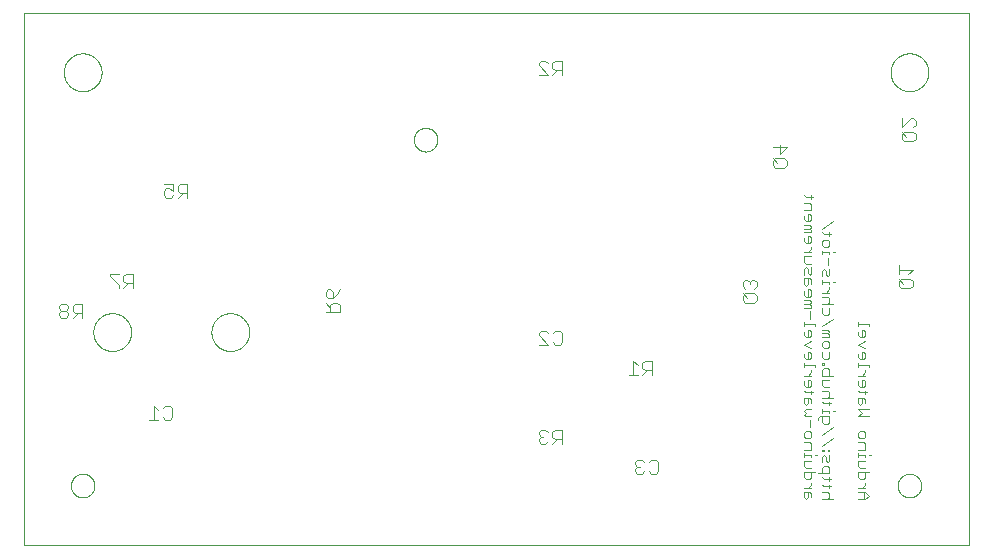
<source format=gbo>
G75*
%MOIN*%
%OFA0B0*%
%FSLAX25Y25*%
%IPPOS*%
%LPD*%
%AMOC8*
5,1,8,0,0,1.08239X$1,22.5*
%
%ADD10C,0.00000*%
%ADD11C,0.00300*%
%ADD12C,0.00400*%
D10*
X0010673Y0006013D02*
X0010673Y0183178D01*
X0325634Y0183178D01*
X0325634Y0006013D01*
X0010673Y0006013D01*
X0026421Y0025698D02*
X0026423Y0025823D01*
X0026429Y0025948D01*
X0026439Y0026072D01*
X0026453Y0026196D01*
X0026470Y0026320D01*
X0026492Y0026443D01*
X0026518Y0026565D01*
X0026547Y0026687D01*
X0026580Y0026807D01*
X0026618Y0026926D01*
X0026658Y0027045D01*
X0026703Y0027161D01*
X0026751Y0027276D01*
X0026803Y0027390D01*
X0026859Y0027502D01*
X0026918Y0027612D01*
X0026980Y0027720D01*
X0027046Y0027827D01*
X0027115Y0027931D01*
X0027188Y0028032D01*
X0027263Y0028132D01*
X0027342Y0028229D01*
X0027424Y0028323D01*
X0027509Y0028415D01*
X0027596Y0028504D01*
X0027687Y0028590D01*
X0027780Y0028673D01*
X0027876Y0028754D01*
X0027974Y0028831D01*
X0028074Y0028905D01*
X0028177Y0028976D01*
X0028282Y0029043D01*
X0028390Y0029108D01*
X0028499Y0029168D01*
X0028610Y0029226D01*
X0028723Y0029279D01*
X0028837Y0029329D01*
X0028953Y0029376D01*
X0029070Y0029418D01*
X0029189Y0029457D01*
X0029309Y0029493D01*
X0029430Y0029524D01*
X0029552Y0029552D01*
X0029674Y0029575D01*
X0029798Y0029595D01*
X0029922Y0029611D01*
X0030046Y0029623D01*
X0030171Y0029631D01*
X0030296Y0029635D01*
X0030420Y0029635D01*
X0030545Y0029631D01*
X0030670Y0029623D01*
X0030794Y0029611D01*
X0030918Y0029595D01*
X0031042Y0029575D01*
X0031164Y0029552D01*
X0031286Y0029524D01*
X0031407Y0029493D01*
X0031527Y0029457D01*
X0031646Y0029418D01*
X0031763Y0029376D01*
X0031879Y0029329D01*
X0031993Y0029279D01*
X0032106Y0029226D01*
X0032217Y0029168D01*
X0032327Y0029108D01*
X0032434Y0029043D01*
X0032539Y0028976D01*
X0032642Y0028905D01*
X0032742Y0028831D01*
X0032840Y0028754D01*
X0032936Y0028673D01*
X0033029Y0028590D01*
X0033120Y0028504D01*
X0033207Y0028415D01*
X0033292Y0028323D01*
X0033374Y0028229D01*
X0033453Y0028132D01*
X0033528Y0028032D01*
X0033601Y0027931D01*
X0033670Y0027827D01*
X0033736Y0027720D01*
X0033798Y0027612D01*
X0033857Y0027502D01*
X0033913Y0027390D01*
X0033965Y0027276D01*
X0034013Y0027161D01*
X0034058Y0027045D01*
X0034098Y0026926D01*
X0034136Y0026807D01*
X0034169Y0026687D01*
X0034198Y0026565D01*
X0034224Y0026443D01*
X0034246Y0026320D01*
X0034263Y0026196D01*
X0034277Y0026072D01*
X0034287Y0025948D01*
X0034293Y0025823D01*
X0034295Y0025698D01*
X0034293Y0025573D01*
X0034287Y0025448D01*
X0034277Y0025324D01*
X0034263Y0025200D01*
X0034246Y0025076D01*
X0034224Y0024953D01*
X0034198Y0024831D01*
X0034169Y0024709D01*
X0034136Y0024589D01*
X0034098Y0024470D01*
X0034058Y0024351D01*
X0034013Y0024235D01*
X0033965Y0024120D01*
X0033913Y0024006D01*
X0033857Y0023894D01*
X0033798Y0023784D01*
X0033736Y0023676D01*
X0033670Y0023569D01*
X0033601Y0023465D01*
X0033528Y0023364D01*
X0033453Y0023264D01*
X0033374Y0023167D01*
X0033292Y0023073D01*
X0033207Y0022981D01*
X0033120Y0022892D01*
X0033029Y0022806D01*
X0032936Y0022723D01*
X0032840Y0022642D01*
X0032742Y0022565D01*
X0032642Y0022491D01*
X0032539Y0022420D01*
X0032434Y0022353D01*
X0032326Y0022288D01*
X0032217Y0022228D01*
X0032106Y0022170D01*
X0031993Y0022117D01*
X0031879Y0022067D01*
X0031763Y0022020D01*
X0031646Y0021978D01*
X0031527Y0021939D01*
X0031407Y0021903D01*
X0031286Y0021872D01*
X0031164Y0021844D01*
X0031042Y0021821D01*
X0030918Y0021801D01*
X0030794Y0021785D01*
X0030670Y0021773D01*
X0030545Y0021765D01*
X0030420Y0021761D01*
X0030296Y0021761D01*
X0030171Y0021765D01*
X0030046Y0021773D01*
X0029922Y0021785D01*
X0029798Y0021801D01*
X0029674Y0021821D01*
X0029552Y0021844D01*
X0029430Y0021872D01*
X0029309Y0021903D01*
X0029189Y0021939D01*
X0029070Y0021978D01*
X0028953Y0022020D01*
X0028837Y0022067D01*
X0028723Y0022117D01*
X0028610Y0022170D01*
X0028499Y0022228D01*
X0028389Y0022288D01*
X0028282Y0022353D01*
X0028177Y0022420D01*
X0028074Y0022491D01*
X0027974Y0022565D01*
X0027876Y0022642D01*
X0027780Y0022723D01*
X0027687Y0022806D01*
X0027596Y0022892D01*
X0027509Y0022981D01*
X0027424Y0023073D01*
X0027342Y0023167D01*
X0027263Y0023264D01*
X0027188Y0023364D01*
X0027115Y0023465D01*
X0027046Y0023569D01*
X0026980Y0023676D01*
X0026918Y0023784D01*
X0026859Y0023894D01*
X0026803Y0024006D01*
X0026751Y0024120D01*
X0026703Y0024235D01*
X0026658Y0024351D01*
X0026618Y0024470D01*
X0026580Y0024589D01*
X0026547Y0024709D01*
X0026518Y0024831D01*
X0026492Y0024953D01*
X0026470Y0025076D01*
X0026453Y0025200D01*
X0026439Y0025324D01*
X0026429Y0025448D01*
X0026423Y0025573D01*
X0026421Y0025698D01*
X0033902Y0076879D02*
X0033904Y0077037D01*
X0033910Y0077195D01*
X0033920Y0077353D01*
X0033934Y0077511D01*
X0033952Y0077668D01*
X0033973Y0077825D01*
X0033999Y0077981D01*
X0034029Y0078137D01*
X0034062Y0078292D01*
X0034100Y0078445D01*
X0034141Y0078598D01*
X0034186Y0078750D01*
X0034235Y0078901D01*
X0034288Y0079050D01*
X0034344Y0079198D01*
X0034404Y0079344D01*
X0034468Y0079489D01*
X0034536Y0079632D01*
X0034607Y0079774D01*
X0034681Y0079914D01*
X0034759Y0080051D01*
X0034841Y0080187D01*
X0034925Y0080321D01*
X0035014Y0080452D01*
X0035105Y0080581D01*
X0035200Y0080708D01*
X0035297Y0080833D01*
X0035398Y0080955D01*
X0035502Y0081074D01*
X0035609Y0081191D01*
X0035719Y0081305D01*
X0035832Y0081416D01*
X0035947Y0081525D01*
X0036065Y0081630D01*
X0036186Y0081732D01*
X0036309Y0081832D01*
X0036435Y0081928D01*
X0036563Y0082021D01*
X0036693Y0082111D01*
X0036826Y0082197D01*
X0036961Y0082281D01*
X0037097Y0082360D01*
X0037236Y0082437D01*
X0037377Y0082509D01*
X0037519Y0082579D01*
X0037663Y0082644D01*
X0037809Y0082706D01*
X0037956Y0082764D01*
X0038105Y0082819D01*
X0038255Y0082870D01*
X0038406Y0082917D01*
X0038558Y0082960D01*
X0038711Y0082999D01*
X0038866Y0083035D01*
X0039021Y0083066D01*
X0039177Y0083094D01*
X0039333Y0083118D01*
X0039490Y0083138D01*
X0039648Y0083154D01*
X0039805Y0083166D01*
X0039964Y0083174D01*
X0040122Y0083178D01*
X0040280Y0083178D01*
X0040438Y0083174D01*
X0040597Y0083166D01*
X0040754Y0083154D01*
X0040912Y0083138D01*
X0041069Y0083118D01*
X0041225Y0083094D01*
X0041381Y0083066D01*
X0041536Y0083035D01*
X0041691Y0082999D01*
X0041844Y0082960D01*
X0041996Y0082917D01*
X0042147Y0082870D01*
X0042297Y0082819D01*
X0042446Y0082764D01*
X0042593Y0082706D01*
X0042739Y0082644D01*
X0042883Y0082579D01*
X0043025Y0082509D01*
X0043166Y0082437D01*
X0043305Y0082360D01*
X0043441Y0082281D01*
X0043576Y0082197D01*
X0043709Y0082111D01*
X0043839Y0082021D01*
X0043967Y0081928D01*
X0044093Y0081832D01*
X0044216Y0081732D01*
X0044337Y0081630D01*
X0044455Y0081525D01*
X0044570Y0081416D01*
X0044683Y0081305D01*
X0044793Y0081191D01*
X0044900Y0081074D01*
X0045004Y0080955D01*
X0045105Y0080833D01*
X0045202Y0080708D01*
X0045297Y0080581D01*
X0045388Y0080452D01*
X0045477Y0080321D01*
X0045561Y0080187D01*
X0045643Y0080051D01*
X0045721Y0079914D01*
X0045795Y0079774D01*
X0045866Y0079632D01*
X0045934Y0079489D01*
X0045998Y0079344D01*
X0046058Y0079198D01*
X0046114Y0079050D01*
X0046167Y0078901D01*
X0046216Y0078750D01*
X0046261Y0078598D01*
X0046302Y0078445D01*
X0046340Y0078292D01*
X0046373Y0078137D01*
X0046403Y0077981D01*
X0046429Y0077825D01*
X0046450Y0077668D01*
X0046468Y0077511D01*
X0046482Y0077353D01*
X0046492Y0077195D01*
X0046498Y0077037D01*
X0046500Y0076879D01*
X0046498Y0076721D01*
X0046492Y0076563D01*
X0046482Y0076405D01*
X0046468Y0076247D01*
X0046450Y0076090D01*
X0046429Y0075933D01*
X0046403Y0075777D01*
X0046373Y0075621D01*
X0046340Y0075466D01*
X0046302Y0075313D01*
X0046261Y0075160D01*
X0046216Y0075008D01*
X0046167Y0074857D01*
X0046114Y0074708D01*
X0046058Y0074560D01*
X0045998Y0074414D01*
X0045934Y0074269D01*
X0045866Y0074126D01*
X0045795Y0073984D01*
X0045721Y0073844D01*
X0045643Y0073707D01*
X0045561Y0073571D01*
X0045477Y0073437D01*
X0045388Y0073306D01*
X0045297Y0073177D01*
X0045202Y0073050D01*
X0045105Y0072925D01*
X0045004Y0072803D01*
X0044900Y0072684D01*
X0044793Y0072567D01*
X0044683Y0072453D01*
X0044570Y0072342D01*
X0044455Y0072233D01*
X0044337Y0072128D01*
X0044216Y0072026D01*
X0044093Y0071926D01*
X0043967Y0071830D01*
X0043839Y0071737D01*
X0043709Y0071647D01*
X0043576Y0071561D01*
X0043441Y0071477D01*
X0043305Y0071398D01*
X0043166Y0071321D01*
X0043025Y0071249D01*
X0042883Y0071179D01*
X0042739Y0071114D01*
X0042593Y0071052D01*
X0042446Y0070994D01*
X0042297Y0070939D01*
X0042147Y0070888D01*
X0041996Y0070841D01*
X0041844Y0070798D01*
X0041691Y0070759D01*
X0041536Y0070723D01*
X0041381Y0070692D01*
X0041225Y0070664D01*
X0041069Y0070640D01*
X0040912Y0070620D01*
X0040754Y0070604D01*
X0040597Y0070592D01*
X0040438Y0070584D01*
X0040280Y0070580D01*
X0040122Y0070580D01*
X0039964Y0070584D01*
X0039805Y0070592D01*
X0039648Y0070604D01*
X0039490Y0070620D01*
X0039333Y0070640D01*
X0039177Y0070664D01*
X0039021Y0070692D01*
X0038866Y0070723D01*
X0038711Y0070759D01*
X0038558Y0070798D01*
X0038406Y0070841D01*
X0038255Y0070888D01*
X0038105Y0070939D01*
X0037956Y0070994D01*
X0037809Y0071052D01*
X0037663Y0071114D01*
X0037519Y0071179D01*
X0037377Y0071249D01*
X0037236Y0071321D01*
X0037097Y0071398D01*
X0036961Y0071477D01*
X0036826Y0071561D01*
X0036693Y0071647D01*
X0036563Y0071737D01*
X0036435Y0071830D01*
X0036309Y0071926D01*
X0036186Y0072026D01*
X0036065Y0072128D01*
X0035947Y0072233D01*
X0035832Y0072342D01*
X0035719Y0072453D01*
X0035609Y0072567D01*
X0035502Y0072684D01*
X0035398Y0072803D01*
X0035297Y0072925D01*
X0035200Y0073050D01*
X0035105Y0073177D01*
X0035014Y0073306D01*
X0034925Y0073437D01*
X0034841Y0073571D01*
X0034759Y0073707D01*
X0034681Y0073844D01*
X0034607Y0073984D01*
X0034536Y0074126D01*
X0034468Y0074269D01*
X0034404Y0074414D01*
X0034344Y0074560D01*
X0034288Y0074708D01*
X0034235Y0074857D01*
X0034186Y0075008D01*
X0034141Y0075160D01*
X0034100Y0075313D01*
X0034062Y0075466D01*
X0034029Y0075621D01*
X0033999Y0075777D01*
X0033973Y0075933D01*
X0033952Y0076090D01*
X0033934Y0076247D01*
X0033920Y0076405D01*
X0033910Y0076563D01*
X0033904Y0076721D01*
X0033902Y0076879D01*
X0073272Y0076879D02*
X0073274Y0077037D01*
X0073280Y0077195D01*
X0073290Y0077353D01*
X0073304Y0077511D01*
X0073322Y0077668D01*
X0073343Y0077825D01*
X0073369Y0077981D01*
X0073399Y0078137D01*
X0073432Y0078292D01*
X0073470Y0078445D01*
X0073511Y0078598D01*
X0073556Y0078750D01*
X0073605Y0078901D01*
X0073658Y0079050D01*
X0073714Y0079198D01*
X0073774Y0079344D01*
X0073838Y0079489D01*
X0073906Y0079632D01*
X0073977Y0079774D01*
X0074051Y0079914D01*
X0074129Y0080051D01*
X0074211Y0080187D01*
X0074295Y0080321D01*
X0074384Y0080452D01*
X0074475Y0080581D01*
X0074570Y0080708D01*
X0074667Y0080833D01*
X0074768Y0080955D01*
X0074872Y0081074D01*
X0074979Y0081191D01*
X0075089Y0081305D01*
X0075202Y0081416D01*
X0075317Y0081525D01*
X0075435Y0081630D01*
X0075556Y0081732D01*
X0075679Y0081832D01*
X0075805Y0081928D01*
X0075933Y0082021D01*
X0076063Y0082111D01*
X0076196Y0082197D01*
X0076331Y0082281D01*
X0076467Y0082360D01*
X0076606Y0082437D01*
X0076747Y0082509D01*
X0076889Y0082579D01*
X0077033Y0082644D01*
X0077179Y0082706D01*
X0077326Y0082764D01*
X0077475Y0082819D01*
X0077625Y0082870D01*
X0077776Y0082917D01*
X0077928Y0082960D01*
X0078081Y0082999D01*
X0078236Y0083035D01*
X0078391Y0083066D01*
X0078547Y0083094D01*
X0078703Y0083118D01*
X0078860Y0083138D01*
X0079018Y0083154D01*
X0079175Y0083166D01*
X0079334Y0083174D01*
X0079492Y0083178D01*
X0079650Y0083178D01*
X0079808Y0083174D01*
X0079967Y0083166D01*
X0080124Y0083154D01*
X0080282Y0083138D01*
X0080439Y0083118D01*
X0080595Y0083094D01*
X0080751Y0083066D01*
X0080906Y0083035D01*
X0081061Y0082999D01*
X0081214Y0082960D01*
X0081366Y0082917D01*
X0081517Y0082870D01*
X0081667Y0082819D01*
X0081816Y0082764D01*
X0081963Y0082706D01*
X0082109Y0082644D01*
X0082253Y0082579D01*
X0082395Y0082509D01*
X0082536Y0082437D01*
X0082675Y0082360D01*
X0082811Y0082281D01*
X0082946Y0082197D01*
X0083079Y0082111D01*
X0083209Y0082021D01*
X0083337Y0081928D01*
X0083463Y0081832D01*
X0083586Y0081732D01*
X0083707Y0081630D01*
X0083825Y0081525D01*
X0083940Y0081416D01*
X0084053Y0081305D01*
X0084163Y0081191D01*
X0084270Y0081074D01*
X0084374Y0080955D01*
X0084475Y0080833D01*
X0084572Y0080708D01*
X0084667Y0080581D01*
X0084758Y0080452D01*
X0084847Y0080321D01*
X0084931Y0080187D01*
X0085013Y0080051D01*
X0085091Y0079914D01*
X0085165Y0079774D01*
X0085236Y0079632D01*
X0085304Y0079489D01*
X0085368Y0079344D01*
X0085428Y0079198D01*
X0085484Y0079050D01*
X0085537Y0078901D01*
X0085586Y0078750D01*
X0085631Y0078598D01*
X0085672Y0078445D01*
X0085710Y0078292D01*
X0085743Y0078137D01*
X0085773Y0077981D01*
X0085799Y0077825D01*
X0085820Y0077668D01*
X0085838Y0077511D01*
X0085852Y0077353D01*
X0085862Y0077195D01*
X0085868Y0077037D01*
X0085870Y0076879D01*
X0085868Y0076721D01*
X0085862Y0076563D01*
X0085852Y0076405D01*
X0085838Y0076247D01*
X0085820Y0076090D01*
X0085799Y0075933D01*
X0085773Y0075777D01*
X0085743Y0075621D01*
X0085710Y0075466D01*
X0085672Y0075313D01*
X0085631Y0075160D01*
X0085586Y0075008D01*
X0085537Y0074857D01*
X0085484Y0074708D01*
X0085428Y0074560D01*
X0085368Y0074414D01*
X0085304Y0074269D01*
X0085236Y0074126D01*
X0085165Y0073984D01*
X0085091Y0073844D01*
X0085013Y0073707D01*
X0084931Y0073571D01*
X0084847Y0073437D01*
X0084758Y0073306D01*
X0084667Y0073177D01*
X0084572Y0073050D01*
X0084475Y0072925D01*
X0084374Y0072803D01*
X0084270Y0072684D01*
X0084163Y0072567D01*
X0084053Y0072453D01*
X0083940Y0072342D01*
X0083825Y0072233D01*
X0083707Y0072128D01*
X0083586Y0072026D01*
X0083463Y0071926D01*
X0083337Y0071830D01*
X0083209Y0071737D01*
X0083079Y0071647D01*
X0082946Y0071561D01*
X0082811Y0071477D01*
X0082675Y0071398D01*
X0082536Y0071321D01*
X0082395Y0071249D01*
X0082253Y0071179D01*
X0082109Y0071114D01*
X0081963Y0071052D01*
X0081816Y0070994D01*
X0081667Y0070939D01*
X0081517Y0070888D01*
X0081366Y0070841D01*
X0081214Y0070798D01*
X0081061Y0070759D01*
X0080906Y0070723D01*
X0080751Y0070692D01*
X0080595Y0070664D01*
X0080439Y0070640D01*
X0080282Y0070620D01*
X0080124Y0070604D01*
X0079967Y0070592D01*
X0079808Y0070584D01*
X0079650Y0070580D01*
X0079492Y0070580D01*
X0079334Y0070584D01*
X0079175Y0070592D01*
X0079018Y0070604D01*
X0078860Y0070620D01*
X0078703Y0070640D01*
X0078547Y0070664D01*
X0078391Y0070692D01*
X0078236Y0070723D01*
X0078081Y0070759D01*
X0077928Y0070798D01*
X0077776Y0070841D01*
X0077625Y0070888D01*
X0077475Y0070939D01*
X0077326Y0070994D01*
X0077179Y0071052D01*
X0077033Y0071114D01*
X0076889Y0071179D01*
X0076747Y0071249D01*
X0076606Y0071321D01*
X0076467Y0071398D01*
X0076331Y0071477D01*
X0076196Y0071561D01*
X0076063Y0071647D01*
X0075933Y0071737D01*
X0075805Y0071830D01*
X0075679Y0071926D01*
X0075556Y0072026D01*
X0075435Y0072128D01*
X0075317Y0072233D01*
X0075202Y0072342D01*
X0075089Y0072453D01*
X0074979Y0072567D01*
X0074872Y0072684D01*
X0074768Y0072803D01*
X0074667Y0072925D01*
X0074570Y0073050D01*
X0074475Y0073177D01*
X0074384Y0073306D01*
X0074295Y0073437D01*
X0074211Y0073571D01*
X0074129Y0073707D01*
X0074051Y0073844D01*
X0073977Y0073984D01*
X0073906Y0074126D01*
X0073838Y0074269D01*
X0073774Y0074414D01*
X0073714Y0074560D01*
X0073658Y0074708D01*
X0073605Y0074857D01*
X0073556Y0075008D01*
X0073511Y0075160D01*
X0073470Y0075313D01*
X0073432Y0075466D01*
X0073399Y0075621D01*
X0073369Y0075777D01*
X0073343Y0075933D01*
X0073322Y0076090D01*
X0073304Y0076247D01*
X0073290Y0076405D01*
X0073280Y0076563D01*
X0073274Y0076721D01*
X0073272Y0076879D01*
X0140736Y0141013D02*
X0140738Y0141138D01*
X0140744Y0141263D01*
X0140754Y0141387D01*
X0140768Y0141511D01*
X0140785Y0141635D01*
X0140807Y0141758D01*
X0140833Y0141880D01*
X0140862Y0142002D01*
X0140895Y0142122D01*
X0140933Y0142241D01*
X0140973Y0142360D01*
X0141018Y0142476D01*
X0141066Y0142591D01*
X0141118Y0142705D01*
X0141174Y0142817D01*
X0141233Y0142927D01*
X0141295Y0143035D01*
X0141361Y0143142D01*
X0141430Y0143246D01*
X0141503Y0143347D01*
X0141578Y0143447D01*
X0141657Y0143544D01*
X0141739Y0143638D01*
X0141824Y0143730D01*
X0141911Y0143819D01*
X0142002Y0143905D01*
X0142095Y0143988D01*
X0142191Y0144069D01*
X0142289Y0144146D01*
X0142389Y0144220D01*
X0142492Y0144291D01*
X0142597Y0144358D01*
X0142705Y0144423D01*
X0142814Y0144483D01*
X0142925Y0144541D01*
X0143038Y0144594D01*
X0143152Y0144644D01*
X0143268Y0144691D01*
X0143385Y0144733D01*
X0143504Y0144772D01*
X0143624Y0144808D01*
X0143745Y0144839D01*
X0143867Y0144867D01*
X0143989Y0144890D01*
X0144113Y0144910D01*
X0144237Y0144926D01*
X0144361Y0144938D01*
X0144486Y0144946D01*
X0144611Y0144950D01*
X0144735Y0144950D01*
X0144860Y0144946D01*
X0144985Y0144938D01*
X0145109Y0144926D01*
X0145233Y0144910D01*
X0145357Y0144890D01*
X0145479Y0144867D01*
X0145601Y0144839D01*
X0145722Y0144808D01*
X0145842Y0144772D01*
X0145961Y0144733D01*
X0146078Y0144691D01*
X0146194Y0144644D01*
X0146308Y0144594D01*
X0146421Y0144541D01*
X0146532Y0144483D01*
X0146642Y0144423D01*
X0146749Y0144358D01*
X0146854Y0144291D01*
X0146957Y0144220D01*
X0147057Y0144146D01*
X0147155Y0144069D01*
X0147251Y0143988D01*
X0147344Y0143905D01*
X0147435Y0143819D01*
X0147522Y0143730D01*
X0147607Y0143638D01*
X0147689Y0143544D01*
X0147768Y0143447D01*
X0147843Y0143347D01*
X0147916Y0143246D01*
X0147985Y0143142D01*
X0148051Y0143035D01*
X0148113Y0142927D01*
X0148172Y0142817D01*
X0148228Y0142705D01*
X0148280Y0142591D01*
X0148328Y0142476D01*
X0148373Y0142360D01*
X0148413Y0142241D01*
X0148451Y0142122D01*
X0148484Y0142002D01*
X0148513Y0141880D01*
X0148539Y0141758D01*
X0148561Y0141635D01*
X0148578Y0141511D01*
X0148592Y0141387D01*
X0148602Y0141263D01*
X0148608Y0141138D01*
X0148610Y0141013D01*
X0148608Y0140888D01*
X0148602Y0140763D01*
X0148592Y0140639D01*
X0148578Y0140515D01*
X0148561Y0140391D01*
X0148539Y0140268D01*
X0148513Y0140146D01*
X0148484Y0140024D01*
X0148451Y0139904D01*
X0148413Y0139785D01*
X0148373Y0139666D01*
X0148328Y0139550D01*
X0148280Y0139435D01*
X0148228Y0139321D01*
X0148172Y0139209D01*
X0148113Y0139099D01*
X0148051Y0138991D01*
X0147985Y0138884D01*
X0147916Y0138780D01*
X0147843Y0138679D01*
X0147768Y0138579D01*
X0147689Y0138482D01*
X0147607Y0138388D01*
X0147522Y0138296D01*
X0147435Y0138207D01*
X0147344Y0138121D01*
X0147251Y0138038D01*
X0147155Y0137957D01*
X0147057Y0137880D01*
X0146957Y0137806D01*
X0146854Y0137735D01*
X0146749Y0137668D01*
X0146641Y0137603D01*
X0146532Y0137543D01*
X0146421Y0137485D01*
X0146308Y0137432D01*
X0146194Y0137382D01*
X0146078Y0137335D01*
X0145961Y0137293D01*
X0145842Y0137254D01*
X0145722Y0137218D01*
X0145601Y0137187D01*
X0145479Y0137159D01*
X0145357Y0137136D01*
X0145233Y0137116D01*
X0145109Y0137100D01*
X0144985Y0137088D01*
X0144860Y0137080D01*
X0144735Y0137076D01*
X0144611Y0137076D01*
X0144486Y0137080D01*
X0144361Y0137088D01*
X0144237Y0137100D01*
X0144113Y0137116D01*
X0143989Y0137136D01*
X0143867Y0137159D01*
X0143745Y0137187D01*
X0143624Y0137218D01*
X0143504Y0137254D01*
X0143385Y0137293D01*
X0143268Y0137335D01*
X0143152Y0137382D01*
X0143038Y0137432D01*
X0142925Y0137485D01*
X0142814Y0137543D01*
X0142704Y0137603D01*
X0142597Y0137668D01*
X0142492Y0137735D01*
X0142389Y0137806D01*
X0142289Y0137880D01*
X0142191Y0137957D01*
X0142095Y0138038D01*
X0142002Y0138121D01*
X0141911Y0138207D01*
X0141824Y0138296D01*
X0141739Y0138388D01*
X0141657Y0138482D01*
X0141578Y0138579D01*
X0141503Y0138679D01*
X0141430Y0138780D01*
X0141361Y0138884D01*
X0141295Y0138991D01*
X0141233Y0139099D01*
X0141174Y0139209D01*
X0141118Y0139321D01*
X0141066Y0139435D01*
X0141018Y0139550D01*
X0140973Y0139666D01*
X0140933Y0139785D01*
X0140895Y0139904D01*
X0140862Y0140024D01*
X0140833Y0140146D01*
X0140807Y0140268D01*
X0140785Y0140391D01*
X0140768Y0140515D01*
X0140754Y0140639D01*
X0140744Y0140763D01*
X0140738Y0140888D01*
X0140736Y0141013D01*
X0024059Y0163493D02*
X0024061Y0163651D01*
X0024067Y0163809D01*
X0024077Y0163967D01*
X0024091Y0164125D01*
X0024109Y0164282D01*
X0024130Y0164439D01*
X0024156Y0164595D01*
X0024186Y0164751D01*
X0024219Y0164906D01*
X0024257Y0165059D01*
X0024298Y0165212D01*
X0024343Y0165364D01*
X0024392Y0165515D01*
X0024445Y0165664D01*
X0024501Y0165812D01*
X0024561Y0165958D01*
X0024625Y0166103D01*
X0024693Y0166246D01*
X0024764Y0166388D01*
X0024838Y0166528D01*
X0024916Y0166665D01*
X0024998Y0166801D01*
X0025082Y0166935D01*
X0025171Y0167066D01*
X0025262Y0167195D01*
X0025357Y0167322D01*
X0025454Y0167447D01*
X0025555Y0167569D01*
X0025659Y0167688D01*
X0025766Y0167805D01*
X0025876Y0167919D01*
X0025989Y0168030D01*
X0026104Y0168139D01*
X0026222Y0168244D01*
X0026343Y0168346D01*
X0026466Y0168446D01*
X0026592Y0168542D01*
X0026720Y0168635D01*
X0026850Y0168725D01*
X0026983Y0168811D01*
X0027118Y0168895D01*
X0027254Y0168974D01*
X0027393Y0169051D01*
X0027534Y0169123D01*
X0027676Y0169193D01*
X0027820Y0169258D01*
X0027966Y0169320D01*
X0028113Y0169378D01*
X0028262Y0169433D01*
X0028412Y0169484D01*
X0028563Y0169531D01*
X0028715Y0169574D01*
X0028868Y0169613D01*
X0029023Y0169649D01*
X0029178Y0169680D01*
X0029334Y0169708D01*
X0029490Y0169732D01*
X0029647Y0169752D01*
X0029805Y0169768D01*
X0029962Y0169780D01*
X0030121Y0169788D01*
X0030279Y0169792D01*
X0030437Y0169792D01*
X0030595Y0169788D01*
X0030754Y0169780D01*
X0030911Y0169768D01*
X0031069Y0169752D01*
X0031226Y0169732D01*
X0031382Y0169708D01*
X0031538Y0169680D01*
X0031693Y0169649D01*
X0031848Y0169613D01*
X0032001Y0169574D01*
X0032153Y0169531D01*
X0032304Y0169484D01*
X0032454Y0169433D01*
X0032603Y0169378D01*
X0032750Y0169320D01*
X0032896Y0169258D01*
X0033040Y0169193D01*
X0033182Y0169123D01*
X0033323Y0169051D01*
X0033462Y0168974D01*
X0033598Y0168895D01*
X0033733Y0168811D01*
X0033866Y0168725D01*
X0033996Y0168635D01*
X0034124Y0168542D01*
X0034250Y0168446D01*
X0034373Y0168346D01*
X0034494Y0168244D01*
X0034612Y0168139D01*
X0034727Y0168030D01*
X0034840Y0167919D01*
X0034950Y0167805D01*
X0035057Y0167688D01*
X0035161Y0167569D01*
X0035262Y0167447D01*
X0035359Y0167322D01*
X0035454Y0167195D01*
X0035545Y0167066D01*
X0035634Y0166935D01*
X0035718Y0166801D01*
X0035800Y0166665D01*
X0035878Y0166528D01*
X0035952Y0166388D01*
X0036023Y0166246D01*
X0036091Y0166103D01*
X0036155Y0165958D01*
X0036215Y0165812D01*
X0036271Y0165664D01*
X0036324Y0165515D01*
X0036373Y0165364D01*
X0036418Y0165212D01*
X0036459Y0165059D01*
X0036497Y0164906D01*
X0036530Y0164751D01*
X0036560Y0164595D01*
X0036586Y0164439D01*
X0036607Y0164282D01*
X0036625Y0164125D01*
X0036639Y0163967D01*
X0036649Y0163809D01*
X0036655Y0163651D01*
X0036657Y0163493D01*
X0036655Y0163335D01*
X0036649Y0163177D01*
X0036639Y0163019D01*
X0036625Y0162861D01*
X0036607Y0162704D01*
X0036586Y0162547D01*
X0036560Y0162391D01*
X0036530Y0162235D01*
X0036497Y0162080D01*
X0036459Y0161927D01*
X0036418Y0161774D01*
X0036373Y0161622D01*
X0036324Y0161471D01*
X0036271Y0161322D01*
X0036215Y0161174D01*
X0036155Y0161028D01*
X0036091Y0160883D01*
X0036023Y0160740D01*
X0035952Y0160598D01*
X0035878Y0160458D01*
X0035800Y0160321D01*
X0035718Y0160185D01*
X0035634Y0160051D01*
X0035545Y0159920D01*
X0035454Y0159791D01*
X0035359Y0159664D01*
X0035262Y0159539D01*
X0035161Y0159417D01*
X0035057Y0159298D01*
X0034950Y0159181D01*
X0034840Y0159067D01*
X0034727Y0158956D01*
X0034612Y0158847D01*
X0034494Y0158742D01*
X0034373Y0158640D01*
X0034250Y0158540D01*
X0034124Y0158444D01*
X0033996Y0158351D01*
X0033866Y0158261D01*
X0033733Y0158175D01*
X0033598Y0158091D01*
X0033462Y0158012D01*
X0033323Y0157935D01*
X0033182Y0157863D01*
X0033040Y0157793D01*
X0032896Y0157728D01*
X0032750Y0157666D01*
X0032603Y0157608D01*
X0032454Y0157553D01*
X0032304Y0157502D01*
X0032153Y0157455D01*
X0032001Y0157412D01*
X0031848Y0157373D01*
X0031693Y0157337D01*
X0031538Y0157306D01*
X0031382Y0157278D01*
X0031226Y0157254D01*
X0031069Y0157234D01*
X0030911Y0157218D01*
X0030754Y0157206D01*
X0030595Y0157198D01*
X0030437Y0157194D01*
X0030279Y0157194D01*
X0030121Y0157198D01*
X0029962Y0157206D01*
X0029805Y0157218D01*
X0029647Y0157234D01*
X0029490Y0157254D01*
X0029334Y0157278D01*
X0029178Y0157306D01*
X0029023Y0157337D01*
X0028868Y0157373D01*
X0028715Y0157412D01*
X0028563Y0157455D01*
X0028412Y0157502D01*
X0028262Y0157553D01*
X0028113Y0157608D01*
X0027966Y0157666D01*
X0027820Y0157728D01*
X0027676Y0157793D01*
X0027534Y0157863D01*
X0027393Y0157935D01*
X0027254Y0158012D01*
X0027118Y0158091D01*
X0026983Y0158175D01*
X0026850Y0158261D01*
X0026720Y0158351D01*
X0026592Y0158444D01*
X0026466Y0158540D01*
X0026343Y0158640D01*
X0026222Y0158742D01*
X0026104Y0158847D01*
X0025989Y0158956D01*
X0025876Y0159067D01*
X0025766Y0159181D01*
X0025659Y0159298D01*
X0025555Y0159417D01*
X0025454Y0159539D01*
X0025357Y0159664D01*
X0025262Y0159791D01*
X0025171Y0159920D01*
X0025082Y0160051D01*
X0024998Y0160185D01*
X0024916Y0160321D01*
X0024838Y0160458D01*
X0024764Y0160598D01*
X0024693Y0160740D01*
X0024625Y0160883D01*
X0024561Y0161028D01*
X0024501Y0161174D01*
X0024445Y0161322D01*
X0024392Y0161471D01*
X0024343Y0161622D01*
X0024298Y0161774D01*
X0024257Y0161927D01*
X0024219Y0162080D01*
X0024186Y0162235D01*
X0024156Y0162391D01*
X0024130Y0162547D01*
X0024109Y0162704D01*
X0024091Y0162861D01*
X0024077Y0163019D01*
X0024067Y0163177D01*
X0024061Y0163335D01*
X0024059Y0163493D01*
X0299650Y0163493D02*
X0299652Y0163651D01*
X0299658Y0163809D01*
X0299668Y0163967D01*
X0299682Y0164125D01*
X0299700Y0164282D01*
X0299721Y0164439D01*
X0299747Y0164595D01*
X0299777Y0164751D01*
X0299810Y0164906D01*
X0299848Y0165059D01*
X0299889Y0165212D01*
X0299934Y0165364D01*
X0299983Y0165515D01*
X0300036Y0165664D01*
X0300092Y0165812D01*
X0300152Y0165958D01*
X0300216Y0166103D01*
X0300284Y0166246D01*
X0300355Y0166388D01*
X0300429Y0166528D01*
X0300507Y0166665D01*
X0300589Y0166801D01*
X0300673Y0166935D01*
X0300762Y0167066D01*
X0300853Y0167195D01*
X0300948Y0167322D01*
X0301045Y0167447D01*
X0301146Y0167569D01*
X0301250Y0167688D01*
X0301357Y0167805D01*
X0301467Y0167919D01*
X0301580Y0168030D01*
X0301695Y0168139D01*
X0301813Y0168244D01*
X0301934Y0168346D01*
X0302057Y0168446D01*
X0302183Y0168542D01*
X0302311Y0168635D01*
X0302441Y0168725D01*
X0302574Y0168811D01*
X0302709Y0168895D01*
X0302845Y0168974D01*
X0302984Y0169051D01*
X0303125Y0169123D01*
X0303267Y0169193D01*
X0303411Y0169258D01*
X0303557Y0169320D01*
X0303704Y0169378D01*
X0303853Y0169433D01*
X0304003Y0169484D01*
X0304154Y0169531D01*
X0304306Y0169574D01*
X0304459Y0169613D01*
X0304614Y0169649D01*
X0304769Y0169680D01*
X0304925Y0169708D01*
X0305081Y0169732D01*
X0305238Y0169752D01*
X0305396Y0169768D01*
X0305553Y0169780D01*
X0305712Y0169788D01*
X0305870Y0169792D01*
X0306028Y0169792D01*
X0306186Y0169788D01*
X0306345Y0169780D01*
X0306502Y0169768D01*
X0306660Y0169752D01*
X0306817Y0169732D01*
X0306973Y0169708D01*
X0307129Y0169680D01*
X0307284Y0169649D01*
X0307439Y0169613D01*
X0307592Y0169574D01*
X0307744Y0169531D01*
X0307895Y0169484D01*
X0308045Y0169433D01*
X0308194Y0169378D01*
X0308341Y0169320D01*
X0308487Y0169258D01*
X0308631Y0169193D01*
X0308773Y0169123D01*
X0308914Y0169051D01*
X0309053Y0168974D01*
X0309189Y0168895D01*
X0309324Y0168811D01*
X0309457Y0168725D01*
X0309587Y0168635D01*
X0309715Y0168542D01*
X0309841Y0168446D01*
X0309964Y0168346D01*
X0310085Y0168244D01*
X0310203Y0168139D01*
X0310318Y0168030D01*
X0310431Y0167919D01*
X0310541Y0167805D01*
X0310648Y0167688D01*
X0310752Y0167569D01*
X0310853Y0167447D01*
X0310950Y0167322D01*
X0311045Y0167195D01*
X0311136Y0167066D01*
X0311225Y0166935D01*
X0311309Y0166801D01*
X0311391Y0166665D01*
X0311469Y0166528D01*
X0311543Y0166388D01*
X0311614Y0166246D01*
X0311682Y0166103D01*
X0311746Y0165958D01*
X0311806Y0165812D01*
X0311862Y0165664D01*
X0311915Y0165515D01*
X0311964Y0165364D01*
X0312009Y0165212D01*
X0312050Y0165059D01*
X0312088Y0164906D01*
X0312121Y0164751D01*
X0312151Y0164595D01*
X0312177Y0164439D01*
X0312198Y0164282D01*
X0312216Y0164125D01*
X0312230Y0163967D01*
X0312240Y0163809D01*
X0312246Y0163651D01*
X0312248Y0163493D01*
X0312246Y0163335D01*
X0312240Y0163177D01*
X0312230Y0163019D01*
X0312216Y0162861D01*
X0312198Y0162704D01*
X0312177Y0162547D01*
X0312151Y0162391D01*
X0312121Y0162235D01*
X0312088Y0162080D01*
X0312050Y0161927D01*
X0312009Y0161774D01*
X0311964Y0161622D01*
X0311915Y0161471D01*
X0311862Y0161322D01*
X0311806Y0161174D01*
X0311746Y0161028D01*
X0311682Y0160883D01*
X0311614Y0160740D01*
X0311543Y0160598D01*
X0311469Y0160458D01*
X0311391Y0160321D01*
X0311309Y0160185D01*
X0311225Y0160051D01*
X0311136Y0159920D01*
X0311045Y0159791D01*
X0310950Y0159664D01*
X0310853Y0159539D01*
X0310752Y0159417D01*
X0310648Y0159298D01*
X0310541Y0159181D01*
X0310431Y0159067D01*
X0310318Y0158956D01*
X0310203Y0158847D01*
X0310085Y0158742D01*
X0309964Y0158640D01*
X0309841Y0158540D01*
X0309715Y0158444D01*
X0309587Y0158351D01*
X0309457Y0158261D01*
X0309324Y0158175D01*
X0309189Y0158091D01*
X0309053Y0158012D01*
X0308914Y0157935D01*
X0308773Y0157863D01*
X0308631Y0157793D01*
X0308487Y0157728D01*
X0308341Y0157666D01*
X0308194Y0157608D01*
X0308045Y0157553D01*
X0307895Y0157502D01*
X0307744Y0157455D01*
X0307592Y0157412D01*
X0307439Y0157373D01*
X0307284Y0157337D01*
X0307129Y0157306D01*
X0306973Y0157278D01*
X0306817Y0157254D01*
X0306660Y0157234D01*
X0306502Y0157218D01*
X0306345Y0157206D01*
X0306186Y0157198D01*
X0306028Y0157194D01*
X0305870Y0157194D01*
X0305712Y0157198D01*
X0305553Y0157206D01*
X0305396Y0157218D01*
X0305238Y0157234D01*
X0305081Y0157254D01*
X0304925Y0157278D01*
X0304769Y0157306D01*
X0304614Y0157337D01*
X0304459Y0157373D01*
X0304306Y0157412D01*
X0304154Y0157455D01*
X0304003Y0157502D01*
X0303853Y0157553D01*
X0303704Y0157608D01*
X0303557Y0157666D01*
X0303411Y0157728D01*
X0303267Y0157793D01*
X0303125Y0157863D01*
X0302984Y0157935D01*
X0302845Y0158012D01*
X0302709Y0158091D01*
X0302574Y0158175D01*
X0302441Y0158261D01*
X0302311Y0158351D01*
X0302183Y0158444D01*
X0302057Y0158540D01*
X0301934Y0158640D01*
X0301813Y0158742D01*
X0301695Y0158847D01*
X0301580Y0158956D01*
X0301467Y0159067D01*
X0301357Y0159181D01*
X0301250Y0159298D01*
X0301146Y0159417D01*
X0301045Y0159539D01*
X0300948Y0159664D01*
X0300853Y0159791D01*
X0300762Y0159920D01*
X0300673Y0160051D01*
X0300589Y0160185D01*
X0300507Y0160321D01*
X0300429Y0160458D01*
X0300355Y0160598D01*
X0300284Y0160740D01*
X0300216Y0160883D01*
X0300152Y0161028D01*
X0300092Y0161174D01*
X0300036Y0161322D01*
X0299983Y0161471D01*
X0299934Y0161622D01*
X0299889Y0161774D01*
X0299848Y0161927D01*
X0299810Y0162080D01*
X0299777Y0162235D01*
X0299747Y0162391D01*
X0299721Y0162547D01*
X0299700Y0162704D01*
X0299682Y0162861D01*
X0299668Y0163019D01*
X0299658Y0163177D01*
X0299652Y0163335D01*
X0299650Y0163493D01*
X0302012Y0025698D02*
X0302014Y0025823D01*
X0302020Y0025948D01*
X0302030Y0026072D01*
X0302044Y0026196D01*
X0302061Y0026320D01*
X0302083Y0026443D01*
X0302109Y0026565D01*
X0302138Y0026687D01*
X0302171Y0026807D01*
X0302209Y0026926D01*
X0302249Y0027045D01*
X0302294Y0027161D01*
X0302342Y0027276D01*
X0302394Y0027390D01*
X0302450Y0027502D01*
X0302509Y0027612D01*
X0302571Y0027720D01*
X0302637Y0027827D01*
X0302706Y0027931D01*
X0302779Y0028032D01*
X0302854Y0028132D01*
X0302933Y0028229D01*
X0303015Y0028323D01*
X0303100Y0028415D01*
X0303187Y0028504D01*
X0303278Y0028590D01*
X0303371Y0028673D01*
X0303467Y0028754D01*
X0303565Y0028831D01*
X0303665Y0028905D01*
X0303768Y0028976D01*
X0303873Y0029043D01*
X0303981Y0029108D01*
X0304090Y0029168D01*
X0304201Y0029226D01*
X0304314Y0029279D01*
X0304428Y0029329D01*
X0304544Y0029376D01*
X0304661Y0029418D01*
X0304780Y0029457D01*
X0304900Y0029493D01*
X0305021Y0029524D01*
X0305143Y0029552D01*
X0305265Y0029575D01*
X0305389Y0029595D01*
X0305513Y0029611D01*
X0305637Y0029623D01*
X0305762Y0029631D01*
X0305887Y0029635D01*
X0306011Y0029635D01*
X0306136Y0029631D01*
X0306261Y0029623D01*
X0306385Y0029611D01*
X0306509Y0029595D01*
X0306633Y0029575D01*
X0306755Y0029552D01*
X0306877Y0029524D01*
X0306998Y0029493D01*
X0307118Y0029457D01*
X0307237Y0029418D01*
X0307354Y0029376D01*
X0307470Y0029329D01*
X0307584Y0029279D01*
X0307697Y0029226D01*
X0307808Y0029168D01*
X0307918Y0029108D01*
X0308025Y0029043D01*
X0308130Y0028976D01*
X0308233Y0028905D01*
X0308333Y0028831D01*
X0308431Y0028754D01*
X0308527Y0028673D01*
X0308620Y0028590D01*
X0308711Y0028504D01*
X0308798Y0028415D01*
X0308883Y0028323D01*
X0308965Y0028229D01*
X0309044Y0028132D01*
X0309119Y0028032D01*
X0309192Y0027931D01*
X0309261Y0027827D01*
X0309327Y0027720D01*
X0309389Y0027612D01*
X0309448Y0027502D01*
X0309504Y0027390D01*
X0309556Y0027276D01*
X0309604Y0027161D01*
X0309649Y0027045D01*
X0309689Y0026926D01*
X0309727Y0026807D01*
X0309760Y0026687D01*
X0309789Y0026565D01*
X0309815Y0026443D01*
X0309837Y0026320D01*
X0309854Y0026196D01*
X0309868Y0026072D01*
X0309878Y0025948D01*
X0309884Y0025823D01*
X0309886Y0025698D01*
X0309884Y0025573D01*
X0309878Y0025448D01*
X0309868Y0025324D01*
X0309854Y0025200D01*
X0309837Y0025076D01*
X0309815Y0024953D01*
X0309789Y0024831D01*
X0309760Y0024709D01*
X0309727Y0024589D01*
X0309689Y0024470D01*
X0309649Y0024351D01*
X0309604Y0024235D01*
X0309556Y0024120D01*
X0309504Y0024006D01*
X0309448Y0023894D01*
X0309389Y0023784D01*
X0309327Y0023676D01*
X0309261Y0023569D01*
X0309192Y0023465D01*
X0309119Y0023364D01*
X0309044Y0023264D01*
X0308965Y0023167D01*
X0308883Y0023073D01*
X0308798Y0022981D01*
X0308711Y0022892D01*
X0308620Y0022806D01*
X0308527Y0022723D01*
X0308431Y0022642D01*
X0308333Y0022565D01*
X0308233Y0022491D01*
X0308130Y0022420D01*
X0308025Y0022353D01*
X0307917Y0022288D01*
X0307808Y0022228D01*
X0307697Y0022170D01*
X0307584Y0022117D01*
X0307470Y0022067D01*
X0307354Y0022020D01*
X0307237Y0021978D01*
X0307118Y0021939D01*
X0306998Y0021903D01*
X0306877Y0021872D01*
X0306755Y0021844D01*
X0306633Y0021821D01*
X0306509Y0021801D01*
X0306385Y0021785D01*
X0306261Y0021773D01*
X0306136Y0021765D01*
X0306011Y0021761D01*
X0305887Y0021761D01*
X0305762Y0021765D01*
X0305637Y0021773D01*
X0305513Y0021785D01*
X0305389Y0021801D01*
X0305265Y0021821D01*
X0305143Y0021844D01*
X0305021Y0021872D01*
X0304900Y0021903D01*
X0304780Y0021939D01*
X0304661Y0021978D01*
X0304544Y0022020D01*
X0304428Y0022067D01*
X0304314Y0022117D01*
X0304201Y0022170D01*
X0304090Y0022228D01*
X0303980Y0022288D01*
X0303873Y0022353D01*
X0303768Y0022420D01*
X0303665Y0022491D01*
X0303565Y0022565D01*
X0303467Y0022642D01*
X0303371Y0022723D01*
X0303278Y0022806D01*
X0303187Y0022892D01*
X0303100Y0022981D01*
X0303015Y0023073D01*
X0302933Y0023167D01*
X0302854Y0023264D01*
X0302779Y0023364D01*
X0302706Y0023465D01*
X0302637Y0023569D01*
X0302571Y0023676D01*
X0302509Y0023784D01*
X0302450Y0023894D01*
X0302394Y0024006D01*
X0302342Y0024120D01*
X0302294Y0024235D01*
X0302249Y0024351D01*
X0302209Y0024470D01*
X0302171Y0024589D01*
X0302138Y0024709D01*
X0302109Y0024831D01*
X0302083Y0024953D01*
X0302061Y0025076D01*
X0302044Y0025200D01*
X0302030Y0025324D01*
X0302020Y0025448D01*
X0302014Y0025573D01*
X0302012Y0025698D01*
D11*
X0292526Y0022397D02*
X0291292Y0021163D01*
X0288823Y0021163D01*
X0290675Y0021163D02*
X0290675Y0023631D01*
X0291292Y0023631D02*
X0288823Y0023631D01*
X0288823Y0024846D02*
X0291292Y0024846D01*
X0291292Y0023631D02*
X0292526Y0022397D01*
X0290058Y0024846D02*
X0291292Y0026080D01*
X0291292Y0026697D01*
X0290675Y0027915D02*
X0291292Y0028532D01*
X0291292Y0030384D01*
X0291292Y0031598D02*
X0289440Y0031598D01*
X0288823Y0032215D01*
X0288823Y0034067D01*
X0291292Y0034067D01*
X0291292Y0035281D02*
X0291292Y0035898D01*
X0288823Y0035898D01*
X0288823Y0035281D02*
X0288823Y0036516D01*
X0288823Y0037737D02*
X0291292Y0037737D01*
X0291292Y0039588D01*
X0290675Y0040206D01*
X0288823Y0040206D01*
X0289440Y0041420D02*
X0288823Y0042037D01*
X0288823Y0043271D01*
X0289440Y0043889D01*
X0290675Y0043889D01*
X0291292Y0043271D01*
X0291292Y0042037D01*
X0290675Y0041420D01*
X0289440Y0041420D01*
X0292526Y0035898D02*
X0293144Y0035898D01*
X0292526Y0030384D02*
X0288823Y0030384D01*
X0288823Y0028532D01*
X0289440Y0027915D01*
X0290675Y0027915D01*
X0279909Y0027918D02*
X0277440Y0027918D01*
X0276823Y0028536D01*
X0276823Y0029757D02*
X0276823Y0031608D01*
X0277440Y0032225D01*
X0278675Y0032225D01*
X0279292Y0031608D01*
X0279292Y0029757D01*
X0275589Y0029757D01*
X0274526Y0030384D02*
X0270823Y0030384D01*
X0270823Y0028532D01*
X0271440Y0027915D01*
X0272675Y0027915D01*
X0273292Y0028532D01*
X0273292Y0030384D01*
X0273292Y0031598D02*
X0271440Y0031598D01*
X0270823Y0032215D01*
X0270823Y0034067D01*
X0273292Y0034067D01*
X0273292Y0035281D02*
X0273292Y0035898D01*
X0270823Y0035898D01*
X0270823Y0035281D02*
X0270823Y0036516D01*
X0270823Y0037737D02*
X0273292Y0037737D01*
X0273292Y0039588D01*
X0272675Y0040206D01*
X0270823Y0040206D01*
X0271440Y0041420D02*
X0270823Y0042037D01*
X0270823Y0043271D01*
X0271440Y0043889D01*
X0272675Y0043889D01*
X0273292Y0043271D01*
X0273292Y0042037D01*
X0272675Y0041420D01*
X0271440Y0041420D01*
X0272675Y0045103D02*
X0272675Y0047572D01*
X0273292Y0048786D02*
X0271440Y0048786D01*
X0270823Y0049403D01*
X0271440Y0050021D01*
X0270823Y0050638D01*
X0271440Y0051255D01*
X0273292Y0051255D01*
X0273292Y0053087D02*
X0273292Y0054321D01*
X0272675Y0054938D01*
X0270823Y0054938D01*
X0270823Y0053087D01*
X0271440Y0052469D01*
X0272058Y0053087D01*
X0272058Y0054938D01*
X0273292Y0056152D02*
X0273292Y0057387D01*
X0273909Y0056770D02*
X0271440Y0056770D01*
X0270823Y0057387D01*
X0271440Y0058608D02*
X0270823Y0059225D01*
X0270823Y0060459D01*
X0272058Y0061077D02*
X0272058Y0058608D01*
X0272675Y0058608D02*
X0273292Y0059225D01*
X0273292Y0060459D01*
X0272675Y0061077D01*
X0272058Y0061077D01*
X0272058Y0062291D02*
X0273292Y0063525D01*
X0273292Y0064143D01*
X0274526Y0065360D02*
X0274526Y0065977D01*
X0270823Y0065977D01*
X0270823Y0065360D02*
X0270823Y0066595D01*
X0271440Y0067816D02*
X0270823Y0068433D01*
X0270823Y0069667D01*
X0272058Y0070285D02*
X0272058Y0067816D01*
X0272675Y0067816D02*
X0273292Y0068433D01*
X0273292Y0069667D01*
X0272675Y0070285D01*
X0272058Y0070285D01*
X0273292Y0071499D02*
X0270823Y0072733D01*
X0273292Y0073968D01*
X0272675Y0075182D02*
X0273292Y0075799D01*
X0273292Y0077034D01*
X0272675Y0077651D01*
X0272058Y0077651D01*
X0272058Y0075182D01*
X0272675Y0075182D02*
X0271440Y0075182D01*
X0270823Y0075799D01*
X0270823Y0077034D01*
X0270823Y0078865D02*
X0270823Y0080100D01*
X0270823Y0079482D02*
X0274526Y0079482D01*
X0274526Y0078865D01*
X0276823Y0078865D02*
X0280526Y0081334D01*
X0279292Y0083166D02*
X0278675Y0082548D01*
X0277440Y0082548D01*
X0276823Y0083166D01*
X0276823Y0085017D01*
X0276823Y0086231D02*
X0280526Y0086231D01*
X0279292Y0086849D02*
X0278675Y0086231D01*
X0279292Y0086849D02*
X0279292Y0088083D01*
X0278675Y0088700D01*
X0276823Y0088700D01*
X0276823Y0089915D02*
X0279292Y0089915D01*
X0278058Y0089915D02*
X0279292Y0091149D01*
X0279292Y0091766D01*
X0279292Y0092984D02*
X0279292Y0093601D01*
X0276823Y0093601D01*
X0276823Y0092984D02*
X0276823Y0094218D01*
X0276823Y0095439D02*
X0276823Y0097291D01*
X0277440Y0097908D01*
X0278058Y0097291D01*
X0278058Y0096057D01*
X0278675Y0095439D01*
X0279292Y0096057D01*
X0279292Y0097908D01*
X0278675Y0099122D02*
X0278675Y0101591D01*
X0279292Y0102806D02*
X0279292Y0103423D01*
X0276823Y0103423D01*
X0276823Y0102806D02*
X0276823Y0104040D01*
X0277440Y0105261D02*
X0276823Y0105878D01*
X0276823Y0107113D01*
X0277440Y0107730D01*
X0278675Y0107730D01*
X0279292Y0107113D01*
X0279292Y0105878D01*
X0278675Y0105261D01*
X0277440Y0105261D01*
X0280526Y0103423D02*
X0281144Y0103423D01*
X0279292Y0108944D02*
X0279292Y0110179D01*
X0279909Y0109561D02*
X0277440Y0109561D01*
X0276823Y0110179D01*
X0276823Y0111400D02*
X0280526Y0113868D01*
X0273292Y0114472D02*
X0272675Y0113855D01*
X0271440Y0113855D01*
X0270823Y0114472D01*
X0270823Y0115707D01*
X0272058Y0116324D02*
X0272058Y0113855D01*
X0272675Y0112641D02*
X0270823Y0112641D01*
X0270823Y0111406D02*
X0272675Y0111406D01*
X0273292Y0112023D01*
X0272675Y0112641D01*
X0272675Y0111406D02*
X0273292Y0110789D01*
X0273292Y0110172D01*
X0270823Y0110172D01*
X0272058Y0108958D02*
X0272058Y0106489D01*
X0272675Y0106489D02*
X0273292Y0107106D01*
X0273292Y0108340D01*
X0272675Y0108958D01*
X0272058Y0108958D01*
X0270823Y0108340D02*
X0270823Y0107106D01*
X0271440Y0106489D01*
X0272675Y0106489D01*
X0273292Y0105271D02*
X0273292Y0104654D01*
X0272058Y0103419D01*
X0273292Y0103419D02*
X0270823Y0103419D01*
X0270823Y0102205D02*
X0273292Y0102205D01*
X0273292Y0099736D02*
X0271440Y0099736D01*
X0270823Y0100354D01*
X0270823Y0102205D01*
X0271440Y0098522D02*
X0272058Y0097905D01*
X0272058Y0096670D01*
X0272675Y0096053D01*
X0273292Y0096670D01*
X0273292Y0098522D01*
X0271440Y0098522D02*
X0270823Y0097905D01*
X0270823Y0096053D01*
X0270823Y0094839D02*
X0270823Y0092987D01*
X0271440Y0092370D01*
X0272058Y0092987D01*
X0272058Y0094839D01*
X0272675Y0094839D02*
X0270823Y0094839D01*
X0272675Y0094839D02*
X0273292Y0094222D01*
X0273292Y0092987D01*
X0272675Y0091156D02*
X0272058Y0091156D01*
X0272058Y0088687D01*
X0272675Y0088687D02*
X0273292Y0089304D01*
X0273292Y0090538D01*
X0272675Y0091156D01*
X0270823Y0090538D02*
X0270823Y0089304D01*
X0271440Y0088687D01*
X0272675Y0088687D01*
X0272675Y0087473D02*
X0270823Y0087473D01*
X0270823Y0086238D02*
X0272675Y0086238D01*
X0273292Y0086855D01*
X0272675Y0087473D01*
X0272675Y0086238D02*
X0273292Y0085621D01*
X0273292Y0085004D01*
X0270823Y0085004D01*
X0272675Y0083789D02*
X0272675Y0081321D01*
X0276823Y0077651D02*
X0278675Y0077651D01*
X0279292Y0077034D01*
X0278675Y0076416D01*
X0276823Y0076416D01*
X0276823Y0075182D02*
X0279292Y0075182D01*
X0279292Y0075799D01*
X0278675Y0076416D01*
X0278675Y0073968D02*
X0277440Y0073968D01*
X0276823Y0073350D01*
X0276823Y0072116D01*
X0277440Y0071499D01*
X0278675Y0071499D01*
X0279292Y0072116D01*
X0279292Y0073350D01*
X0278675Y0073968D01*
X0279292Y0070285D02*
X0279292Y0068433D01*
X0278675Y0067816D01*
X0277440Y0067816D01*
X0276823Y0068433D01*
X0276823Y0070285D01*
X0272675Y0067816D02*
X0271440Y0067816D01*
X0276823Y0066591D02*
X0276823Y0065974D01*
X0277440Y0065974D01*
X0277440Y0066591D01*
X0276823Y0066591D01*
X0277440Y0064760D02*
X0278675Y0064760D01*
X0279292Y0064143D01*
X0279292Y0062291D01*
X0279292Y0061077D02*
X0276823Y0061077D01*
X0276823Y0059225D01*
X0277440Y0058608D01*
X0279292Y0058608D01*
X0278675Y0057394D02*
X0276823Y0057394D01*
X0278675Y0057394D02*
X0279292Y0056776D01*
X0279292Y0055542D01*
X0278675Y0054925D01*
X0279292Y0053704D02*
X0279292Y0052469D01*
X0279909Y0053087D02*
X0277440Y0053087D01*
X0276823Y0053704D01*
X0276823Y0054925D02*
X0280526Y0054925D01*
X0276823Y0051248D02*
X0276823Y0050014D01*
X0276823Y0050631D02*
X0279292Y0050631D01*
X0279292Y0050014D01*
X0279292Y0048800D02*
X0276206Y0048800D01*
X0275589Y0048182D01*
X0275589Y0047565D01*
X0276823Y0046948D02*
X0276823Y0048800D01*
X0276823Y0046948D02*
X0277440Y0046331D01*
X0278675Y0046331D01*
X0279292Y0046948D01*
X0279292Y0048800D01*
X0280526Y0050631D02*
X0281144Y0050631D01*
X0288823Y0051255D02*
X0290058Y0050021D01*
X0288823Y0048786D01*
X0292526Y0048786D01*
X0292526Y0051255D02*
X0288823Y0051255D01*
X0289440Y0052469D02*
X0290058Y0053087D01*
X0290058Y0054938D01*
X0290675Y0054938D02*
X0288823Y0054938D01*
X0288823Y0053087D01*
X0289440Y0052469D01*
X0291292Y0053087D02*
X0291292Y0054321D01*
X0290675Y0054938D01*
X0291292Y0056152D02*
X0291292Y0057387D01*
X0291909Y0056770D02*
X0289440Y0056770D01*
X0288823Y0057387D01*
X0289440Y0058608D02*
X0290675Y0058608D01*
X0291292Y0059225D01*
X0291292Y0060459D01*
X0290675Y0061077D01*
X0290058Y0061077D01*
X0290058Y0058608D01*
X0289440Y0058608D02*
X0288823Y0059225D01*
X0288823Y0060459D01*
X0288823Y0062291D02*
X0291292Y0062291D01*
X0290058Y0062291D02*
X0291292Y0063525D01*
X0291292Y0064143D01*
X0292526Y0065360D02*
X0292526Y0065977D01*
X0288823Y0065977D01*
X0288823Y0065360D02*
X0288823Y0066595D01*
X0289440Y0067816D02*
X0290675Y0067816D01*
X0291292Y0068433D01*
X0291292Y0069667D01*
X0290675Y0070285D01*
X0290058Y0070285D01*
X0290058Y0067816D01*
X0289440Y0067816D02*
X0288823Y0068433D01*
X0288823Y0069667D01*
X0288823Y0072733D02*
X0291292Y0073968D01*
X0290675Y0075182D02*
X0291292Y0075799D01*
X0291292Y0077034D01*
X0290675Y0077651D01*
X0290058Y0077651D01*
X0290058Y0075182D01*
X0290675Y0075182D02*
X0289440Y0075182D01*
X0288823Y0075799D01*
X0288823Y0077034D01*
X0288823Y0078865D02*
X0288823Y0080100D01*
X0288823Y0079482D02*
X0292526Y0079482D01*
X0292526Y0078865D01*
X0288823Y0072733D02*
X0291292Y0071499D01*
X0280526Y0062291D02*
X0276823Y0062291D01*
X0276823Y0064143D01*
X0277440Y0064760D01*
X0273292Y0062291D02*
X0270823Y0062291D01*
X0271440Y0058608D02*
X0272675Y0058608D01*
X0280526Y0045116D02*
X0276823Y0042648D01*
X0276823Y0038964D02*
X0280526Y0041433D01*
X0279292Y0037740D02*
X0278675Y0037740D01*
X0278675Y0037123D01*
X0279292Y0037123D01*
X0279292Y0037740D01*
X0279292Y0035909D02*
X0279292Y0034057D01*
X0278675Y0033440D01*
X0278058Y0034057D01*
X0278058Y0035291D01*
X0277440Y0035909D01*
X0276823Y0035291D01*
X0276823Y0033440D01*
X0275144Y0035898D02*
X0274526Y0035898D01*
X0276823Y0037123D02*
X0277440Y0037123D01*
X0277440Y0037740D01*
X0276823Y0037740D01*
X0276823Y0037123D01*
X0279292Y0028536D02*
X0279292Y0027301D01*
X0279292Y0026080D02*
X0279292Y0024846D01*
X0279909Y0025463D02*
X0277440Y0025463D01*
X0276823Y0026080D01*
X0276823Y0023631D02*
X0278675Y0023631D01*
X0279292Y0023014D01*
X0279292Y0021780D01*
X0278675Y0021163D01*
X0280526Y0021163D02*
X0276823Y0021163D01*
X0273292Y0021780D02*
X0273292Y0023014D01*
X0272675Y0023631D01*
X0270823Y0023631D01*
X0270823Y0021780D01*
X0271440Y0021163D01*
X0272058Y0021780D01*
X0272058Y0023631D01*
X0272058Y0024846D02*
X0273292Y0026080D01*
X0273292Y0026697D01*
X0273292Y0024846D02*
X0270823Y0024846D01*
X0279292Y0083166D02*
X0279292Y0085017D01*
X0280526Y0093601D02*
X0281144Y0093601D01*
X0273292Y0114472D02*
X0273292Y0115707D01*
X0272675Y0116324D01*
X0272058Y0116324D01*
X0273292Y0117538D02*
X0273292Y0119390D01*
X0272675Y0120007D01*
X0270823Y0120007D01*
X0271440Y0121839D02*
X0270823Y0122456D01*
X0271440Y0121839D02*
X0273909Y0121839D01*
X0273292Y0122456D02*
X0273292Y0121221D01*
X0273292Y0117538D02*
X0270823Y0117538D01*
D12*
X0264210Y0131713D02*
X0261141Y0131713D01*
X0260373Y0132480D01*
X0260373Y0134015D01*
X0261141Y0134782D01*
X0264210Y0134782D01*
X0264977Y0134015D01*
X0264977Y0132480D01*
X0264210Y0131713D01*
X0261908Y0133247D02*
X0260373Y0134782D01*
X0262675Y0136317D02*
X0262675Y0139386D01*
X0260373Y0138618D02*
X0264977Y0138618D01*
X0262675Y0136317D01*
X0303373Y0141272D02*
X0304141Y0140505D01*
X0307210Y0140505D01*
X0307977Y0141272D01*
X0307977Y0142807D01*
X0307210Y0143574D01*
X0304141Y0143574D01*
X0303373Y0142807D01*
X0303373Y0141272D01*
X0304908Y0142039D02*
X0303373Y0143574D01*
X0303373Y0145109D02*
X0306443Y0148178D01*
X0307210Y0148178D01*
X0307977Y0147411D01*
X0307977Y0145876D01*
X0307210Y0145109D01*
X0303373Y0145109D02*
X0303373Y0148178D01*
X0302373Y0099178D02*
X0302373Y0096109D01*
X0302373Y0097643D02*
X0306977Y0097643D01*
X0305443Y0096109D01*
X0306210Y0094574D02*
X0303141Y0094574D01*
X0302373Y0093807D01*
X0302373Y0092272D01*
X0303141Y0091505D01*
X0306210Y0091505D01*
X0306977Y0092272D01*
X0306977Y0093807D01*
X0306210Y0094574D01*
X0303908Y0093039D02*
X0302373Y0094574D01*
X0254977Y0093618D02*
X0254977Y0092084D01*
X0254210Y0091317D01*
X0254210Y0089782D02*
X0251141Y0089782D01*
X0250373Y0089015D01*
X0250373Y0087480D01*
X0251141Y0086713D01*
X0254210Y0086713D01*
X0254977Y0087480D01*
X0254977Y0089015D01*
X0254210Y0089782D01*
X0251908Y0088247D02*
X0250373Y0089782D01*
X0251141Y0091317D02*
X0250373Y0092084D01*
X0250373Y0093618D01*
X0251141Y0094386D01*
X0251908Y0094386D01*
X0252675Y0093618D01*
X0252675Y0092851D01*
X0252675Y0093618D02*
X0253443Y0094386D01*
X0254210Y0094386D01*
X0254977Y0093618D01*
X0219973Y0067317D02*
X0217671Y0067317D01*
X0216904Y0066549D01*
X0216904Y0065015D01*
X0217671Y0064247D01*
X0219973Y0064247D01*
X0218439Y0064247D02*
X0216904Y0062713D01*
X0215369Y0062713D02*
X0212300Y0062713D01*
X0213835Y0062713D02*
X0213835Y0067317D01*
X0215369Y0065782D01*
X0219973Y0067317D02*
X0219973Y0062713D01*
X0190181Y0073480D02*
X0189414Y0072713D01*
X0187879Y0072713D01*
X0187112Y0073480D01*
X0185577Y0072713D02*
X0182508Y0075782D01*
X0182508Y0076549D01*
X0183275Y0077317D01*
X0184810Y0077317D01*
X0185577Y0076549D01*
X0187112Y0076549D02*
X0187879Y0077317D01*
X0189414Y0077317D01*
X0190181Y0076549D01*
X0190181Y0073480D01*
X0185577Y0072713D02*
X0182508Y0072713D01*
X0183067Y0044317D02*
X0182300Y0043549D01*
X0182300Y0042782D01*
X0183067Y0042015D01*
X0182300Y0041247D01*
X0182300Y0040480D01*
X0183067Y0039713D01*
X0184602Y0039713D01*
X0185369Y0040480D01*
X0186904Y0039713D02*
X0188439Y0041247D01*
X0187671Y0041247D02*
X0189973Y0041247D01*
X0189973Y0039713D02*
X0189973Y0044317D01*
X0187671Y0044317D01*
X0186904Y0043549D01*
X0186904Y0042015D01*
X0187671Y0041247D01*
X0183835Y0042015D02*
X0183067Y0042015D01*
X0183067Y0044317D02*
X0184602Y0044317D01*
X0185369Y0043549D01*
X0214508Y0033549D02*
X0214508Y0032782D01*
X0215275Y0032015D01*
X0214508Y0031247D01*
X0214508Y0030480D01*
X0215275Y0029713D01*
X0216810Y0029713D01*
X0217577Y0030480D01*
X0219112Y0030480D02*
X0219879Y0029713D01*
X0221414Y0029713D01*
X0222181Y0030480D01*
X0222181Y0033549D01*
X0221414Y0034317D01*
X0219879Y0034317D01*
X0219112Y0033549D01*
X0217577Y0033549D02*
X0216810Y0034317D01*
X0215275Y0034317D01*
X0214508Y0033549D01*
X0215275Y0032015D02*
X0216043Y0032015D01*
X0115977Y0083505D02*
X0115977Y0085807D01*
X0115210Y0086574D01*
X0113675Y0086574D01*
X0112908Y0085807D01*
X0112908Y0083505D01*
X0112908Y0085039D02*
X0111373Y0086574D01*
X0112141Y0088109D02*
X0111373Y0088876D01*
X0111373Y0090411D01*
X0112141Y0091178D01*
X0112908Y0091178D01*
X0113675Y0090411D01*
X0113675Y0088109D01*
X0112141Y0088109D01*
X0113675Y0088109D02*
X0115210Y0089643D01*
X0115977Y0091178D01*
X0115977Y0083505D02*
X0111373Y0083505D01*
X0060181Y0051549D02*
X0060181Y0048480D01*
X0059414Y0047713D01*
X0057879Y0047713D01*
X0057112Y0048480D01*
X0055577Y0047713D02*
X0052508Y0047713D01*
X0054043Y0047713D02*
X0054043Y0052317D01*
X0055577Y0050782D01*
X0057112Y0051549D02*
X0057879Y0052317D01*
X0059414Y0052317D01*
X0060181Y0051549D01*
X0030181Y0081713D02*
X0030181Y0086317D01*
X0027879Y0086317D01*
X0027112Y0085549D01*
X0027112Y0084015D01*
X0027879Y0083247D01*
X0030181Y0083247D01*
X0028646Y0083247D02*
X0027112Y0081713D01*
X0025577Y0082480D02*
X0025577Y0083247D01*
X0024810Y0084015D01*
X0023275Y0084015D01*
X0022508Y0083247D01*
X0022508Y0082480D01*
X0023275Y0081713D01*
X0024810Y0081713D01*
X0025577Y0082480D01*
X0024810Y0084015D02*
X0025577Y0084782D01*
X0025577Y0085549D01*
X0024810Y0086317D01*
X0023275Y0086317D01*
X0022508Y0085549D01*
X0022508Y0084782D01*
X0023275Y0084015D01*
X0039300Y0095549D02*
X0042369Y0092480D01*
X0042369Y0091713D01*
X0043904Y0091713D02*
X0045439Y0093247D01*
X0044671Y0093247D02*
X0046973Y0093247D01*
X0046973Y0091713D02*
X0046973Y0096317D01*
X0044671Y0096317D01*
X0043904Y0095549D01*
X0043904Y0094015D01*
X0044671Y0093247D01*
X0042369Y0096317D02*
X0039300Y0096317D01*
X0039300Y0095549D01*
X0058275Y0121713D02*
X0059810Y0121713D01*
X0060577Y0122480D01*
X0060577Y0124015D02*
X0059043Y0124782D01*
X0058275Y0124782D01*
X0057508Y0124015D01*
X0057508Y0122480D01*
X0058275Y0121713D01*
X0060577Y0124015D02*
X0060577Y0126317D01*
X0057508Y0126317D01*
X0062112Y0125549D02*
X0062112Y0124015D01*
X0062879Y0123247D01*
X0065181Y0123247D01*
X0065181Y0121713D02*
X0065181Y0126317D01*
X0062879Y0126317D01*
X0062112Y0125549D01*
X0063646Y0123247D02*
X0062112Y0121713D01*
X0182300Y0162713D02*
X0185369Y0162713D01*
X0182300Y0165782D01*
X0182300Y0166549D01*
X0183067Y0167317D01*
X0184602Y0167317D01*
X0185369Y0166549D01*
X0186904Y0166549D02*
X0186904Y0165015D01*
X0187671Y0164247D01*
X0189973Y0164247D01*
X0188439Y0164247D02*
X0186904Y0162713D01*
X0189973Y0162713D02*
X0189973Y0167317D01*
X0187671Y0167317D01*
X0186904Y0166549D01*
M02*

</source>
